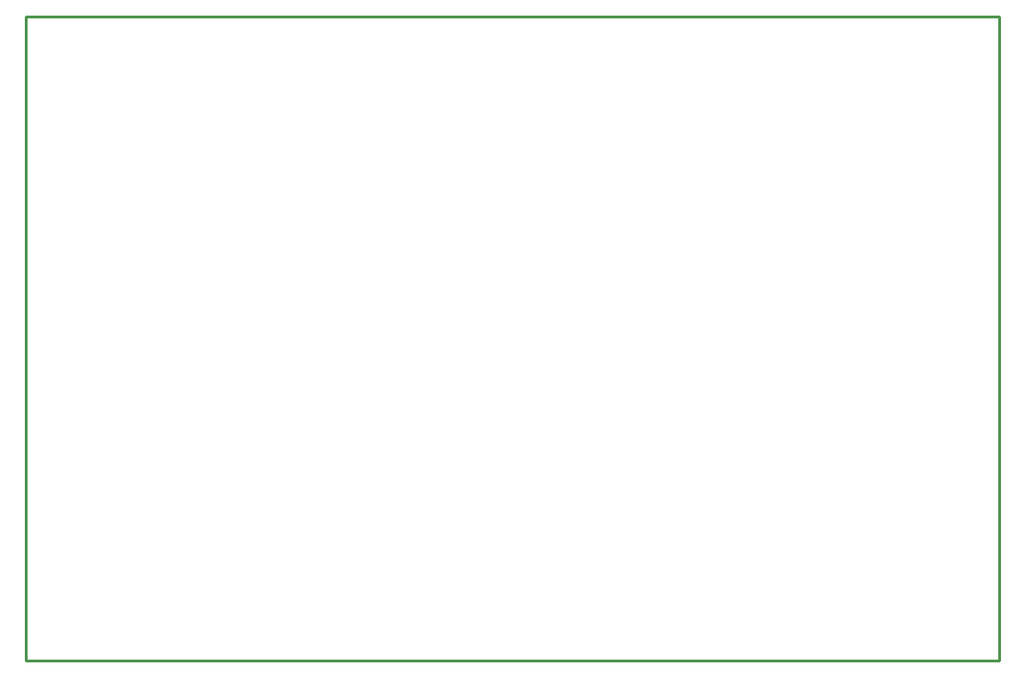
<source format=gko>
G04 Layer: BoardOutline*
G04 EasyEDA v6.1.30, Mon, 13 May 2019 14:05:24 GMT*
G04 ec786ea291e64042a76a9efa09ec0a6e,e7f1f9e1ee6f4799bc2d14f0a93ba244,10*
G04 Gerber Generator version 0.2*
G04 Scale: 100 percent, Rotated: No, Reflected: No *
G04 Dimensions in inches *
G04 leading zeros omitted , absolute positions ,2 integer and 4 decimal *
%FSLAX24Y24*%
%MOIN*%
G90*
G70D02*

%ADD10C,0.010000*%
G54D10*
G01X0Y23350D02*
G01X35250Y23350D01*
G01X35250Y0D01*
G01X0Y0D01*
G01X0Y23350D01*

%LPD*%
M00*
M02*

</source>
